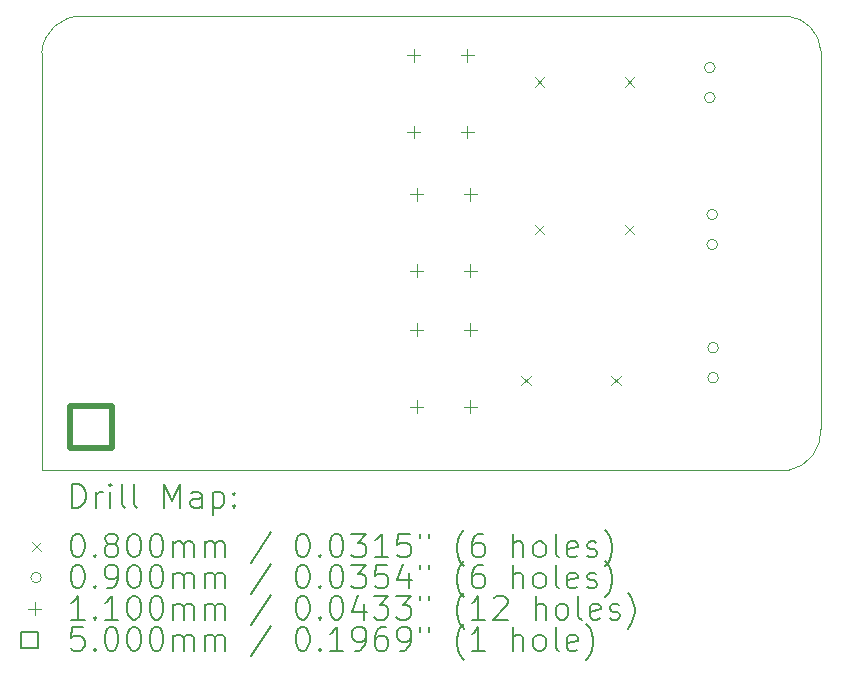
<source format=gbr>
%TF.GenerationSoftware,KiCad,Pcbnew,9.0.2*%
%TF.CreationDate,2025-05-20T16:04:07-06:00*%
%TF.ProjectId,test_kicad,74657374-5f6b-4696-9361-642e6b696361,rev?*%
%TF.SameCoordinates,Original*%
%TF.FileFunction,Drillmap*%
%TF.FilePolarity,Positive*%
%FSLAX45Y45*%
G04 Gerber Fmt 4.5, Leading zero omitted, Abs format (unit mm)*
G04 Created by KiCad (PCBNEW 9.0.2) date 2025-05-20 16:04:07*
%MOMM*%
%LPD*%
G01*
G04 APERTURE LIST*
%ADD10C,0.050000*%
%ADD11C,0.200000*%
%ADD12C,0.100000*%
%ADD13C,0.110000*%
%ADD14C,0.500000*%
G04 APERTURE END LIST*
D10*
X10123356Y-5353936D02*
X10123356Y-8890511D01*
X10123356Y-8890511D02*
X16446456Y-8890000D01*
X16720000Y-5338201D02*
X16720912Y-8536157D01*
X10468165Y-5043506D02*
X16435459Y-5043000D01*
X10123356Y-5353935D02*
G75*
G02*
X10468165Y-5043471I333000J-23130D01*
G01*
X16720912Y-8536157D02*
G75*
G02*
X16446459Y-8890000I-338453J-20843D01*
G01*
X16435459Y-5043000D02*
G75*
G02*
X16720000Y-5338201I-27459J-311201D01*
G01*
D11*
D12*
X14184000Y-8088000D02*
X14264000Y-8168000D01*
X14264000Y-8088000D02*
X14184000Y-8168000D01*
X14298000Y-5560000D02*
X14378000Y-5640000D01*
X14378000Y-5560000D02*
X14298000Y-5640000D01*
X14298000Y-6810000D02*
X14378000Y-6890000D01*
X14378000Y-6810000D02*
X14298000Y-6890000D01*
X14946000Y-8088000D02*
X15026000Y-8168000D01*
X15026000Y-8088000D02*
X14946000Y-8168000D01*
X15060000Y-5560000D02*
X15140000Y-5640000D01*
X15140000Y-5560000D02*
X15060000Y-5640000D01*
X15060000Y-6810000D02*
X15140000Y-6890000D01*
X15140000Y-6810000D02*
X15060000Y-6890000D01*
X15825000Y-5480000D02*
G75*
G02*
X15735000Y-5480000I-45000J0D01*
G01*
X15735000Y-5480000D02*
G75*
G02*
X15825000Y-5480000I45000J0D01*
G01*
X15825000Y-5734000D02*
G75*
G02*
X15735000Y-5734000I-45000J0D01*
G01*
X15735000Y-5734000D02*
G75*
G02*
X15825000Y-5734000I45000J0D01*
G01*
X15845000Y-6723500D02*
G75*
G02*
X15755000Y-6723500I-45000J0D01*
G01*
X15755000Y-6723500D02*
G75*
G02*
X15845000Y-6723500I45000J0D01*
G01*
X15845000Y-6977500D02*
G75*
G02*
X15755000Y-6977500I-45000J0D01*
G01*
X15755000Y-6977500D02*
G75*
G02*
X15845000Y-6977500I45000J0D01*
G01*
X15853000Y-7851000D02*
G75*
G02*
X15763000Y-7851000I-45000J0D01*
G01*
X15763000Y-7851000D02*
G75*
G02*
X15853000Y-7851000I45000J0D01*
G01*
X15853000Y-8105000D02*
G75*
G02*
X15763000Y-8105000I-45000J0D01*
G01*
X15763000Y-8105000D02*
G75*
G02*
X15853000Y-8105000I45000J0D01*
G01*
D13*
X13275000Y-5320000D02*
X13275000Y-5430000D01*
X13220000Y-5375000D02*
X13330000Y-5375000D01*
X13275000Y-5970000D02*
X13275000Y-6080000D01*
X13220000Y-6025000D02*
X13330000Y-6025000D01*
X13300000Y-6495000D02*
X13300000Y-6605000D01*
X13245000Y-6550000D02*
X13355000Y-6550000D01*
X13300000Y-7145000D02*
X13300000Y-7255000D01*
X13245000Y-7200000D02*
X13355000Y-7200000D01*
X13300000Y-7645000D02*
X13300000Y-7755000D01*
X13245000Y-7700000D02*
X13355000Y-7700000D01*
X13300000Y-8295000D02*
X13300000Y-8405000D01*
X13245000Y-8350000D02*
X13355000Y-8350000D01*
X13725000Y-5320000D02*
X13725000Y-5430000D01*
X13670000Y-5375000D02*
X13780000Y-5375000D01*
X13725000Y-5970000D02*
X13725000Y-6080000D01*
X13670000Y-6025000D02*
X13780000Y-6025000D01*
X13750000Y-6495000D02*
X13750000Y-6605000D01*
X13695000Y-6550000D02*
X13805000Y-6550000D01*
X13750000Y-7145000D02*
X13750000Y-7255000D01*
X13695000Y-7200000D02*
X13805000Y-7200000D01*
X13750000Y-7645000D02*
X13750000Y-7755000D01*
X13695000Y-7700000D02*
X13805000Y-7700000D01*
X13750000Y-8295000D02*
X13750000Y-8405000D01*
X13695000Y-8350000D02*
X13805000Y-8350000D01*
D14*
X10716778Y-8696778D02*
X10716778Y-8343222D01*
X10363222Y-8343222D01*
X10363222Y-8696778D01*
X10716778Y-8696778D01*
D11*
X10381633Y-9204495D02*
X10381633Y-9004495D01*
X10381633Y-9004495D02*
X10429252Y-9004495D01*
X10429252Y-9004495D02*
X10457823Y-9014019D01*
X10457823Y-9014019D02*
X10476871Y-9033066D01*
X10476871Y-9033066D02*
X10486395Y-9052114D01*
X10486395Y-9052114D02*
X10495919Y-9090209D01*
X10495919Y-9090209D02*
X10495919Y-9118781D01*
X10495919Y-9118781D02*
X10486395Y-9156876D01*
X10486395Y-9156876D02*
X10476871Y-9175924D01*
X10476871Y-9175924D02*
X10457823Y-9194971D01*
X10457823Y-9194971D02*
X10429252Y-9204495D01*
X10429252Y-9204495D02*
X10381633Y-9204495D01*
X10581633Y-9204495D02*
X10581633Y-9071162D01*
X10581633Y-9109257D02*
X10591157Y-9090209D01*
X10591157Y-9090209D02*
X10600681Y-9080685D01*
X10600681Y-9080685D02*
X10619728Y-9071162D01*
X10619728Y-9071162D02*
X10638776Y-9071162D01*
X10705442Y-9204495D02*
X10705442Y-9071162D01*
X10705442Y-9004495D02*
X10695919Y-9014019D01*
X10695919Y-9014019D02*
X10705442Y-9023543D01*
X10705442Y-9023543D02*
X10714966Y-9014019D01*
X10714966Y-9014019D02*
X10705442Y-9004495D01*
X10705442Y-9004495D02*
X10705442Y-9023543D01*
X10829252Y-9204495D02*
X10810204Y-9194971D01*
X10810204Y-9194971D02*
X10800681Y-9175924D01*
X10800681Y-9175924D02*
X10800681Y-9004495D01*
X10934014Y-9204495D02*
X10914966Y-9194971D01*
X10914966Y-9194971D02*
X10905442Y-9175924D01*
X10905442Y-9175924D02*
X10905442Y-9004495D01*
X11162585Y-9204495D02*
X11162585Y-9004495D01*
X11162585Y-9004495D02*
X11229252Y-9147352D01*
X11229252Y-9147352D02*
X11295919Y-9004495D01*
X11295919Y-9004495D02*
X11295919Y-9204495D01*
X11476871Y-9204495D02*
X11476871Y-9099733D01*
X11476871Y-9099733D02*
X11467347Y-9080685D01*
X11467347Y-9080685D02*
X11448300Y-9071162D01*
X11448300Y-9071162D02*
X11410204Y-9071162D01*
X11410204Y-9071162D02*
X11391157Y-9080685D01*
X11476871Y-9194971D02*
X11457823Y-9204495D01*
X11457823Y-9204495D02*
X11410204Y-9204495D01*
X11410204Y-9204495D02*
X11391157Y-9194971D01*
X11391157Y-9194971D02*
X11381633Y-9175924D01*
X11381633Y-9175924D02*
X11381633Y-9156876D01*
X11381633Y-9156876D02*
X11391157Y-9137828D01*
X11391157Y-9137828D02*
X11410204Y-9128305D01*
X11410204Y-9128305D02*
X11457823Y-9128305D01*
X11457823Y-9128305D02*
X11476871Y-9118781D01*
X11572109Y-9071162D02*
X11572109Y-9271162D01*
X11572109Y-9080685D02*
X11591157Y-9071162D01*
X11591157Y-9071162D02*
X11629252Y-9071162D01*
X11629252Y-9071162D02*
X11648300Y-9080685D01*
X11648300Y-9080685D02*
X11657823Y-9090209D01*
X11657823Y-9090209D02*
X11667347Y-9109257D01*
X11667347Y-9109257D02*
X11667347Y-9166400D01*
X11667347Y-9166400D02*
X11657823Y-9185447D01*
X11657823Y-9185447D02*
X11648300Y-9194971D01*
X11648300Y-9194971D02*
X11629252Y-9204495D01*
X11629252Y-9204495D02*
X11591157Y-9204495D01*
X11591157Y-9204495D02*
X11572109Y-9194971D01*
X11753061Y-9185447D02*
X11762585Y-9194971D01*
X11762585Y-9194971D02*
X11753061Y-9204495D01*
X11753061Y-9204495D02*
X11743538Y-9194971D01*
X11743538Y-9194971D02*
X11753061Y-9185447D01*
X11753061Y-9185447D02*
X11753061Y-9204495D01*
X11753061Y-9080685D02*
X11762585Y-9090209D01*
X11762585Y-9090209D02*
X11753061Y-9099733D01*
X11753061Y-9099733D02*
X11743538Y-9090209D01*
X11743538Y-9090209D02*
X11753061Y-9080685D01*
X11753061Y-9080685D02*
X11753061Y-9099733D01*
D12*
X10040856Y-9493011D02*
X10120856Y-9573011D01*
X10120856Y-9493011D02*
X10040856Y-9573011D01*
D11*
X10419728Y-9424495D02*
X10438776Y-9424495D01*
X10438776Y-9424495D02*
X10457823Y-9434019D01*
X10457823Y-9434019D02*
X10467347Y-9443543D01*
X10467347Y-9443543D02*
X10476871Y-9462590D01*
X10476871Y-9462590D02*
X10486395Y-9500685D01*
X10486395Y-9500685D02*
X10486395Y-9548305D01*
X10486395Y-9548305D02*
X10476871Y-9586400D01*
X10476871Y-9586400D02*
X10467347Y-9605447D01*
X10467347Y-9605447D02*
X10457823Y-9614971D01*
X10457823Y-9614971D02*
X10438776Y-9624495D01*
X10438776Y-9624495D02*
X10419728Y-9624495D01*
X10419728Y-9624495D02*
X10400681Y-9614971D01*
X10400681Y-9614971D02*
X10391157Y-9605447D01*
X10391157Y-9605447D02*
X10381633Y-9586400D01*
X10381633Y-9586400D02*
X10372109Y-9548305D01*
X10372109Y-9548305D02*
X10372109Y-9500685D01*
X10372109Y-9500685D02*
X10381633Y-9462590D01*
X10381633Y-9462590D02*
X10391157Y-9443543D01*
X10391157Y-9443543D02*
X10400681Y-9434019D01*
X10400681Y-9434019D02*
X10419728Y-9424495D01*
X10572109Y-9605447D02*
X10581633Y-9614971D01*
X10581633Y-9614971D02*
X10572109Y-9624495D01*
X10572109Y-9624495D02*
X10562585Y-9614971D01*
X10562585Y-9614971D02*
X10572109Y-9605447D01*
X10572109Y-9605447D02*
X10572109Y-9624495D01*
X10695919Y-9510209D02*
X10676871Y-9500685D01*
X10676871Y-9500685D02*
X10667347Y-9491162D01*
X10667347Y-9491162D02*
X10657823Y-9472114D01*
X10657823Y-9472114D02*
X10657823Y-9462590D01*
X10657823Y-9462590D02*
X10667347Y-9443543D01*
X10667347Y-9443543D02*
X10676871Y-9434019D01*
X10676871Y-9434019D02*
X10695919Y-9424495D01*
X10695919Y-9424495D02*
X10734014Y-9424495D01*
X10734014Y-9424495D02*
X10753062Y-9434019D01*
X10753062Y-9434019D02*
X10762585Y-9443543D01*
X10762585Y-9443543D02*
X10772109Y-9462590D01*
X10772109Y-9462590D02*
X10772109Y-9472114D01*
X10772109Y-9472114D02*
X10762585Y-9491162D01*
X10762585Y-9491162D02*
X10753062Y-9500685D01*
X10753062Y-9500685D02*
X10734014Y-9510209D01*
X10734014Y-9510209D02*
X10695919Y-9510209D01*
X10695919Y-9510209D02*
X10676871Y-9519733D01*
X10676871Y-9519733D02*
X10667347Y-9529257D01*
X10667347Y-9529257D02*
X10657823Y-9548305D01*
X10657823Y-9548305D02*
X10657823Y-9586400D01*
X10657823Y-9586400D02*
X10667347Y-9605447D01*
X10667347Y-9605447D02*
X10676871Y-9614971D01*
X10676871Y-9614971D02*
X10695919Y-9624495D01*
X10695919Y-9624495D02*
X10734014Y-9624495D01*
X10734014Y-9624495D02*
X10753062Y-9614971D01*
X10753062Y-9614971D02*
X10762585Y-9605447D01*
X10762585Y-9605447D02*
X10772109Y-9586400D01*
X10772109Y-9586400D02*
X10772109Y-9548305D01*
X10772109Y-9548305D02*
X10762585Y-9529257D01*
X10762585Y-9529257D02*
X10753062Y-9519733D01*
X10753062Y-9519733D02*
X10734014Y-9510209D01*
X10895919Y-9424495D02*
X10914966Y-9424495D01*
X10914966Y-9424495D02*
X10934014Y-9434019D01*
X10934014Y-9434019D02*
X10943538Y-9443543D01*
X10943538Y-9443543D02*
X10953062Y-9462590D01*
X10953062Y-9462590D02*
X10962585Y-9500685D01*
X10962585Y-9500685D02*
X10962585Y-9548305D01*
X10962585Y-9548305D02*
X10953062Y-9586400D01*
X10953062Y-9586400D02*
X10943538Y-9605447D01*
X10943538Y-9605447D02*
X10934014Y-9614971D01*
X10934014Y-9614971D02*
X10914966Y-9624495D01*
X10914966Y-9624495D02*
X10895919Y-9624495D01*
X10895919Y-9624495D02*
X10876871Y-9614971D01*
X10876871Y-9614971D02*
X10867347Y-9605447D01*
X10867347Y-9605447D02*
X10857823Y-9586400D01*
X10857823Y-9586400D02*
X10848300Y-9548305D01*
X10848300Y-9548305D02*
X10848300Y-9500685D01*
X10848300Y-9500685D02*
X10857823Y-9462590D01*
X10857823Y-9462590D02*
X10867347Y-9443543D01*
X10867347Y-9443543D02*
X10876871Y-9434019D01*
X10876871Y-9434019D02*
X10895919Y-9424495D01*
X11086395Y-9424495D02*
X11105443Y-9424495D01*
X11105443Y-9424495D02*
X11124490Y-9434019D01*
X11124490Y-9434019D02*
X11134014Y-9443543D01*
X11134014Y-9443543D02*
X11143538Y-9462590D01*
X11143538Y-9462590D02*
X11153062Y-9500685D01*
X11153062Y-9500685D02*
X11153062Y-9548305D01*
X11153062Y-9548305D02*
X11143538Y-9586400D01*
X11143538Y-9586400D02*
X11134014Y-9605447D01*
X11134014Y-9605447D02*
X11124490Y-9614971D01*
X11124490Y-9614971D02*
X11105443Y-9624495D01*
X11105443Y-9624495D02*
X11086395Y-9624495D01*
X11086395Y-9624495D02*
X11067347Y-9614971D01*
X11067347Y-9614971D02*
X11057823Y-9605447D01*
X11057823Y-9605447D02*
X11048300Y-9586400D01*
X11048300Y-9586400D02*
X11038776Y-9548305D01*
X11038776Y-9548305D02*
X11038776Y-9500685D01*
X11038776Y-9500685D02*
X11048300Y-9462590D01*
X11048300Y-9462590D02*
X11057823Y-9443543D01*
X11057823Y-9443543D02*
X11067347Y-9434019D01*
X11067347Y-9434019D02*
X11086395Y-9424495D01*
X11238776Y-9624495D02*
X11238776Y-9491162D01*
X11238776Y-9510209D02*
X11248300Y-9500685D01*
X11248300Y-9500685D02*
X11267347Y-9491162D01*
X11267347Y-9491162D02*
X11295919Y-9491162D01*
X11295919Y-9491162D02*
X11314966Y-9500685D01*
X11314966Y-9500685D02*
X11324490Y-9519733D01*
X11324490Y-9519733D02*
X11324490Y-9624495D01*
X11324490Y-9519733D02*
X11334014Y-9500685D01*
X11334014Y-9500685D02*
X11353061Y-9491162D01*
X11353061Y-9491162D02*
X11381633Y-9491162D01*
X11381633Y-9491162D02*
X11400681Y-9500685D01*
X11400681Y-9500685D02*
X11410204Y-9519733D01*
X11410204Y-9519733D02*
X11410204Y-9624495D01*
X11505442Y-9624495D02*
X11505442Y-9491162D01*
X11505442Y-9510209D02*
X11514966Y-9500685D01*
X11514966Y-9500685D02*
X11534014Y-9491162D01*
X11534014Y-9491162D02*
X11562585Y-9491162D01*
X11562585Y-9491162D02*
X11581633Y-9500685D01*
X11581633Y-9500685D02*
X11591157Y-9519733D01*
X11591157Y-9519733D02*
X11591157Y-9624495D01*
X11591157Y-9519733D02*
X11600681Y-9500685D01*
X11600681Y-9500685D02*
X11619728Y-9491162D01*
X11619728Y-9491162D02*
X11648300Y-9491162D01*
X11648300Y-9491162D02*
X11667347Y-9500685D01*
X11667347Y-9500685D02*
X11676871Y-9519733D01*
X11676871Y-9519733D02*
X11676871Y-9624495D01*
X12067347Y-9414971D02*
X11895919Y-9672114D01*
X12324490Y-9424495D02*
X12343538Y-9424495D01*
X12343538Y-9424495D02*
X12362585Y-9434019D01*
X12362585Y-9434019D02*
X12372109Y-9443543D01*
X12372109Y-9443543D02*
X12381633Y-9462590D01*
X12381633Y-9462590D02*
X12391157Y-9500685D01*
X12391157Y-9500685D02*
X12391157Y-9548305D01*
X12391157Y-9548305D02*
X12381633Y-9586400D01*
X12381633Y-9586400D02*
X12372109Y-9605447D01*
X12372109Y-9605447D02*
X12362585Y-9614971D01*
X12362585Y-9614971D02*
X12343538Y-9624495D01*
X12343538Y-9624495D02*
X12324490Y-9624495D01*
X12324490Y-9624495D02*
X12305443Y-9614971D01*
X12305443Y-9614971D02*
X12295919Y-9605447D01*
X12295919Y-9605447D02*
X12286395Y-9586400D01*
X12286395Y-9586400D02*
X12276871Y-9548305D01*
X12276871Y-9548305D02*
X12276871Y-9500685D01*
X12276871Y-9500685D02*
X12286395Y-9462590D01*
X12286395Y-9462590D02*
X12295919Y-9443543D01*
X12295919Y-9443543D02*
X12305443Y-9434019D01*
X12305443Y-9434019D02*
X12324490Y-9424495D01*
X12476871Y-9605447D02*
X12486395Y-9614971D01*
X12486395Y-9614971D02*
X12476871Y-9624495D01*
X12476871Y-9624495D02*
X12467347Y-9614971D01*
X12467347Y-9614971D02*
X12476871Y-9605447D01*
X12476871Y-9605447D02*
X12476871Y-9624495D01*
X12610204Y-9424495D02*
X12629252Y-9424495D01*
X12629252Y-9424495D02*
X12648300Y-9434019D01*
X12648300Y-9434019D02*
X12657824Y-9443543D01*
X12657824Y-9443543D02*
X12667347Y-9462590D01*
X12667347Y-9462590D02*
X12676871Y-9500685D01*
X12676871Y-9500685D02*
X12676871Y-9548305D01*
X12676871Y-9548305D02*
X12667347Y-9586400D01*
X12667347Y-9586400D02*
X12657824Y-9605447D01*
X12657824Y-9605447D02*
X12648300Y-9614971D01*
X12648300Y-9614971D02*
X12629252Y-9624495D01*
X12629252Y-9624495D02*
X12610204Y-9624495D01*
X12610204Y-9624495D02*
X12591157Y-9614971D01*
X12591157Y-9614971D02*
X12581633Y-9605447D01*
X12581633Y-9605447D02*
X12572109Y-9586400D01*
X12572109Y-9586400D02*
X12562585Y-9548305D01*
X12562585Y-9548305D02*
X12562585Y-9500685D01*
X12562585Y-9500685D02*
X12572109Y-9462590D01*
X12572109Y-9462590D02*
X12581633Y-9443543D01*
X12581633Y-9443543D02*
X12591157Y-9434019D01*
X12591157Y-9434019D02*
X12610204Y-9424495D01*
X12743538Y-9424495D02*
X12867347Y-9424495D01*
X12867347Y-9424495D02*
X12800681Y-9500685D01*
X12800681Y-9500685D02*
X12829252Y-9500685D01*
X12829252Y-9500685D02*
X12848300Y-9510209D01*
X12848300Y-9510209D02*
X12857824Y-9519733D01*
X12857824Y-9519733D02*
X12867347Y-9538781D01*
X12867347Y-9538781D02*
X12867347Y-9586400D01*
X12867347Y-9586400D02*
X12857824Y-9605447D01*
X12857824Y-9605447D02*
X12848300Y-9614971D01*
X12848300Y-9614971D02*
X12829252Y-9624495D01*
X12829252Y-9624495D02*
X12772109Y-9624495D01*
X12772109Y-9624495D02*
X12753062Y-9614971D01*
X12753062Y-9614971D02*
X12743538Y-9605447D01*
X13057824Y-9624495D02*
X12943538Y-9624495D01*
X13000681Y-9624495D02*
X13000681Y-9424495D01*
X13000681Y-9424495D02*
X12981633Y-9453066D01*
X12981633Y-9453066D02*
X12962585Y-9472114D01*
X12962585Y-9472114D02*
X12943538Y-9481638D01*
X13238776Y-9424495D02*
X13143538Y-9424495D01*
X13143538Y-9424495D02*
X13134014Y-9519733D01*
X13134014Y-9519733D02*
X13143538Y-9510209D01*
X13143538Y-9510209D02*
X13162585Y-9500685D01*
X13162585Y-9500685D02*
X13210205Y-9500685D01*
X13210205Y-9500685D02*
X13229252Y-9510209D01*
X13229252Y-9510209D02*
X13238776Y-9519733D01*
X13238776Y-9519733D02*
X13248300Y-9538781D01*
X13248300Y-9538781D02*
X13248300Y-9586400D01*
X13248300Y-9586400D02*
X13238776Y-9605447D01*
X13238776Y-9605447D02*
X13229252Y-9614971D01*
X13229252Y-9614971D02*
X13210205Y-9624495D01*
X13210205Y-9624495D02*
X13162585Y-9624495D01*
X13162585Y-9624495D02*
X13143538Y-9614971D01*
X13143538Y-9614971D02*
X13134014Y-9605447D01*
X13324490Y-9424495D02*
X13324490Y-9462590D01*
X13400681Y-9424495D02*
X13400681Y-9462590D01*
X13695919Y-9700685D02*
X13686395Y-9691162D01*
X13686395Y-9691162D02*
X13667347Y-9662590D01*
X13667347Y-9662590D02*
X13657824Y-9643543D01*
X13657824Y-9643543D02*
X13648300Y-9614971D01*
X13648300Y-9614971D02*
X13638776Y-9567352D01*
X13638776Y-9567352D02*
X13638776Y-9529257D01*
X13638776Y-9529257D02*
X13648300Y-9481638D01*
X13648300Y-9481638D02*
X13657824Y-9453066D01*
X13657824Y-9453066D02*
X13667347Y-9434019D01*
X13667347Y-9434019D02*
X13686395Y-9405447D01*
X13686395Y-9405447D02*
X13695919Y-9395924D01*
X13857824Y-9424495D02*
X13819728Y-9424495D01*
X13819728Y-9424495D02*
X13800681Y-9434019D01*
X13800681Y-9434019D02*
X13791157Y-9443543D01*
X13791157Y-9443543D02*
X13772109Y-9472114D01*
X13772109Y-9472114D02*
X13762586Y-9510209D01*
X13762586Y-9510209D02*
X13762586Y-9586400D01*
X13762586Y-9586400D02*
X13772109Y-9605447D01*
X13772109Y-9605447D02*
X13781633Y-9614971D01*
X13781633Y-9614971D02*
X13800681Y-9624495D01*
X13800681Y-9624495D02*
X13838776Y-9624495D01*
X13838776Y-9624495D02*
X13857824Y-9614971D01*
X13857824Y-9614971D02*
X13867347Y-9605447D01*
X13867347Y-9605447D02*
X13876871Y-9586400D01*
X13876871Y-9586400D02*
X13876871Y-9538781D01*
X13876871Y-9538781D02*
X13867347Y-9519733D01*
X13867347Y-9519733D02*
X13857824Y-9510209D01*
X13857824Y-9510209D02*
X13838776Y-9500685D01*
X13838776Y-9500685D02*
X13800681Y-9500685D01*
X13800681Y-9500685D02*
X13781633Y-9510209D01*
X13781633Y-9510209D02*
X13772109Y-9519733D01*
X13772109Y-9519733D02*
X13762586Y-9538781D01*
X14114967Y-9624495D02*
X14114967Y-9424495D01*
X14200681Y-9624495D02*
X14200681Y-9519733D01*
X14200681Y-9519733D02*
X14191157Y-9500685D01*
X14191157Y-9500685D02*
X14172109Y-9491162D01*
X14172109Y-9491162D02*
X14143538Y-9491162D01*
X14143538Y-9491162D02*
X14124490Y-9500685D01*
X14124490Y-9500685D02*
X14114967Y-9510209D01*
X14324490Y-9624495D02*
X14305443Y-9614971D01*
X14305443Y-9614971D02*
X14295919Y-9605447D01*
X14295919Y-9605447D02*
X14286395Y-9586400D01*
X14286395Y-9586400D02*
X14286395Y-9529257D01*
X14286395Y-9529257D02*
X14295919Y-9510209D01*
X14295919Y-9510209D02*
X14305443Y-9500685D01*
X14305443Y-9500685D02*
X14324490Y-9491162D01*
X14324490Y-9491162D02*
X14353062Y-9491162D01*
X14353062Y-9491162D02*
X14372109Y-9500685D01*
X14372109Y-9500685D02*
X14381633Y-9510209D01*
X14381633Y-9510209D02*
X14391157Y-9529257D01*
X14391157Y-9529257D02*
X14391157Y-9586400D01*
X14391157Y-9586400D02*
X14381633Y-9605447D01*
X14381633Y-9605447D02*
X14372109Y-9614971D01*
X14372109Y-9614971D02*
X14353062Y-9624495D01*
X14353062Y-9624495D02*
X14324490Y-9624495D01*
X14505443Y-9624495D02*
X14486395Y-9614971D01*
X14486395Y-9614971D02*
X14476871Y-9595924D01*
X14476871Y-9595924D02*
X14476871Y-9424495D01*
X14657824Y-9614971D02*
X14638776Y-9624495D01*
X14638776Y-9624495D02*
X14600681Y-9624495D01*
X14600681Y-9624495D02*
X14581633Y-9614971D01*
X14581633Y-9614971D02*
X14572109Y-9595924D01*
X14572109Y-9595924D02*
X14572109Y-9519733D01*
X14572109Y-9519733D02*
X14581633Y-9500685D01*
X14581633Y-9500685D02*
X14600681Y-9491162D01*
X14600681Y-9491162D02*
X14638776Y-9491162D01*
X14638776Y-9491162D02*
X14657824Y-9500685D01*
X14657824Y-9500685D02*
X14667348Y-9519733D01*
X14667348Y-9519733D02*
X14667348Y-9538781D01*
X14667348Y-9538781D02*
X14572109Y-9557828D01*
X14743538Y-9614971D02*
X14762586Y-9624495D01*
X14762586Y-9624495D02*
X14800681Y-9624495D01*
X14800681Y-9624495D02*
X14819729Y-9614971D01*
X14819729Y-9614971D02*
X14829252Y-9595924D01*
X14829252Y-9595924D02*
X14829252Y-9586400D01*
X14829252Y-9586400D02*
X14819729Y-9567352D01*
X14819729Y-9567352D02*
X14800681Y-9557828D01*
X14800681Y-9557828D02*
X14772109Y-9557828D01*
X14772109Y-9557828D02*
X14753062Y-9548305D01*
X14753062Y-9548305D02*
X14743538Y-9529257D01*
X14743538Y-9529257D02*
X14743538Y-9519733D01*
X14743538Y-9519733D02*
X14753062Y-9500685D01*
X14753062Y-9500685D02*
X14772109Y-9491162D01*
X14772109Y-9491162D02*
X14800681Y-9491162D01*
X14800681Y-9491162D02*
X14819729Y-9500685D01*
X14895919Y-9700685D02*
X14905443Y-9691162D01*
X14905443Y-9691162D02*
X14924490Y-9662590D01*
X14924490Y-9662590D02*
X14934014Y-9643543D01*
X14934014Y-9643543D02*
X14943538Y-9614971D01*
X14943538Y-9614971D02*
X14953062Y-9567352D01*
X14953062Y-9567352D02*
X14953062Y-9529257D01*
X14953062Y-9529257D02*
X14943538Y-9481638D01*
X14943538Y-9481638D02*
X14934014Y-9453066D01*
X14934014Y-9453066D02*
X14924490Y-9434019D01*
X14924490Y-9434019D02*
X14905443Y-9405447D01*
X14905443Y-9405447D02*
X14895919Y-9395924D01*
D12*
X10120856Y-9797011D02*
G75*
G02*
X10030856Y-9797011I-45000J0D01*
G01*
X10030856Y-9797011D02*
G75*
G02*
X10120856Y-9797011I45000J0D01*
G01*
D11*
X10419728Y-9688495D02*
X10438776Y-9688495D01*
X10438776Y-9688495D02*
X10457823Y-9698019D01*
X10457823Y-9698019D02*
X10467347Y-9707543D01*
X10467347Y-9707543D02*
X10476871Y-9726590D01*
X10476871Y-9726590D02*
X10486395Y-9764685D01*
X10486395Y-9764685D02*
X10486395Y-9812305D01*
X10486395Y-9812305D02*
X10476871Y-9850400D01*
X10476871Y-9850400D02*
X10467347Y-9869447D01*
X10467347Y-9869447D02*
X10457823Y-9878971D01*
X10457823Y-9878971D02*
X10438776Y-9888495D01*
X10438776Y-9888495D02*
X10419728Y-9888495D01*
X10419728Y-9888495D02*
X10400681Y-9878971D01*
X10400681Y-9878971D02*
X10391157Y-9869447D01*
X10391157Y-9869447D02*
X10381633Y-9850400D01*
X10381633Y-9850400D02*
X10372109Y-9812305D01*
X10372109Y-9812305D02*
X10372109Y-9764685D01*
X10372109Y-9764685D02*
X10381633Y-9726590D01*
X10381633Y-9726590D02*
X10391157Y-9707543D01*
X10391157Y-9707543D02*
X10400681Y-9698019D01*
X10400681Y-9698019D02*
X10419728Y-9688495D01*
X10572109Y-9869447D02*
X10581633Y-9878971D01*
X10581633Y-9878971D02*
X10572109Y-9888495D01*
X10572109Y-9888495D02*
X10562585Y-9878971D01*
X10562585Y-9878971D02*
X10572109Y-9869447D01*
X10572109Y-9869447D02*
X10572109Y-9888495D01*
X10676871Y-9888495D02*
X10714966Y-9888495D01*
X10714966Y-9888495D02*
X10734014Y-9878971D01*
X10734014Y-9878971D02*
X10743538Y-9869447D01*
X10743538Y-9869447D02*
X10762585Y-9840876D01*
X10762585Y-9840876D02*
X10772109Y-9802781D01*
X10772109Y-9802781D02*
X10772109Y-9726590D01*
X10772109Y-9726590D02*
X10762585Y-9707543D01*
X10762585Y-9707543D02*
X10753062Y-9698019D01*
X10753062Y-9698019D02*
X10734014Y-9688495D01*
X10734014Y-9688495D02*
X10695919Y-9688495D01*
X10695919Y-9688495D02*
X10676871Y-9698019D01*
X10676871Y-9698019D02*
X10667347Y-9707543D01*
X10667347Y-9707543D02*
X10657823Y-9726590D01*
X10657823Y-9726590D02*
X10657823Y-9774209D01*
X10657823Y-9774209D02*
X10667347Y-9793257D01*
X10667347Y-9793257D02*
X10676871Y-9802781D01*
X10676871Y-9802781D02*
X10695919Y-9812305D01*
X10695919Y-9812305D02*
X10734014Y-9812305D01*
X10734014Y-9812305D02*
X10753062Y-9802781D01*
X10753062Y-9802781D02*
X10762585Y-9793257D01*
X10762585Y-9793257D02*
X10772109Y-9774209D01*
X10895919Y-9688495D02*
X10914966Y-9688495D01*
X10914966Y-9688495D02*
X10934014Y-9698019D01*
X10934014Y-9698019D02*
X10943538Y-9707543D01*
X10943538Y-9707543D02*
X10953062Y-9726590D01*
X10953062Y-9726590D02*
X10962585Y-9764685D01*
X10962585Y-9764685D02*
X10962585Y-9812305D01*
X10962585Y-9812305D02*
X10953062Y-9850400D01*
X10953062Y-9850400D02*
X10943538Y-9869447D01*
X10943538Y-9869447D02*
X10934014Y-9878971D01*
X10934014Y-9878971D02*
X10914966Y-9888495D01*
X10914966Y-9888495D02*
X10895919Y-9888495D01*
X10895919Y-9888495D02*
X10876871Y-9878971D01*
X10876871Y-9878971D02*
X10867347Y-9869447D01*
X10867347Y-9869447D02*
X10857823Y-9850400D01*
X10857823Y-9850400D02*
X10848300Y-9812305D01*
X10848300Y-9812305D02*
X10848300Y-9764685D01*
X10848300Y-9764685D02*
X10857823Y-9726590D01*
X10857823Y-9726590D02*
X10867347Y-9707543D01*
X10867347Y-9707543D02*
X10876871Y-9698019D01*
X10876871Y-9698019D02*
X10895919Y-9688495D01*
X11086395Y-9688495D02*
X11105443Y-9688495D01*
X11105443Y-9688495D02*
X11124490Y-9698019D01*
X11124490Y-9698019D02*
X11134014Y-9707543D01*
X11134014Y-9707543D02*
X11143538Y-9726590D01*
X11143538Y-9726590D02*
X11153062Y-9764685D01*
X11153062Y-9764685D02*
X11153062Y-9812305D01*
X11153062Y-9812305D02*
X11143538Y-9850400D01*
X11143538Y-9850400D02*
X11134014Y-9869447D01*
X11134014Y-9869447D02*
X11124490Y-9878971D01*
X11124490Y-9878971D02*
X11105443Y-9888495D01*
X11105443Y-9888495D02*
X11086395Y-9888495D01*
X11086395Y-9888495D02*
X11067347Y-9878971D01*
X11067347Y-9878971D02*
X11057823Y-9869447D01*
X11057823Y-9869447D02*
X11048300Y-9850400D01*
X11048300Y-9850400D02*
X11038776Y-9812305D01*
X11038776Y-9812305D02*
X11038776Y-9764685D01*
X11038776Y-9764685D02*
X11048300Y-9726590D01*
X11048300Y-9726590D02*
X11057823Y-9707543D01*
X11057823Y-9707543D02*
X11067347Y-9698019D01*
X11067347Y-9698019D02*
X11086395Y-9688495D01*
X11238776Y-9888495D02*
X11238776Y-9755162D01*
X11238776Y-9774209D02*
X11248300Y-9764685D01*
X11248300Y-9764685D02*
X11267347Y-9755162D01*
X11267347Y-9755162D02*
X11295919Y-9755162D01*
X11295919Y-9755162D02*
X11314966Y-9764685D01*
X11314966Y-9764685D02*
X11324490Y-9783733D01*
X11324490Y-9783733D02*
X11324490Y-9888495D01*
X11324490Y-9783733D02*
X11334014Y-9764685D01*
X11334014Y-9764685D02*
X11353061Y-9755162D01*
X11353061Y-9755162D02*
X11381633Y-9755162D01*
X11381633Y-9755162D02*
X11400681Y-9764685D01*
X11400681Y-9764685D02*
X11410204Y-9783733D01*
X11410204Y-9783733D02*
X11410204Y-9888495D01*
X11505442Y-9888495D02*
X11505442Y-9755162D01*
X11505442Y-9774209D02*
X11514966Y-9764685D01*
X11514966Y-9764685D02*
X11534014Y-9755162D01*
X11534014Y-9755162D02*
X11562585Y-9755162D01*
X11562585Y-9755162D02*
X11581633Y-9764685D01*
X11581633Y-9764685D02*
X11591157Y-9783733D01*
X11591157Y-9783733D02*
X11591157Y-9888495D01*
X11591157Y-9783733D02*
X11600681Y-9764685D01*
X11600681Y-9764685D02*
X11619728Y-9755162D01*
X11619728Y-9755162D02*
X11648300Y-9755162D01*
X11648300Y-9755162D02*
X11667347Y-9764685D01*
X11667347Y-9764685D02*
X11676871Y-9783733D01*
X11676871Y-9783733D02*
X11676871Y-9888495D01*
X12067347Y-9678971D02*
X11895919Y-9936114D01*
X12324490Y-9688495D02*
X12343538Y-9688495D01*
X12343538Y-9688495D02*
X12362585Y-9698019D01*
X12362585Y-9698019D02*
X12372109Y-9707543D01*
X12372109Y-9707543D02*
X12381633Y-9726590D01*
X12381633Y-9726590D02*
X12391157Y-9764685D01*
X12391157Y-9764685D02*
X12391157Y-9812305D01*
X12391157Y-9812305D02*
X12381633Y-9850400D01*
X12381633Y-9850400D02*
X12372109Y-9869447D01*
X12372109Y-9869447D02*
X12362585Y-9878971D01*
X12362585Y-9878971D02*
X12343538Y-9888495D01*
X12343538Y-9888495D02*
X12324490Y-9888495D01*
X12324490Y-9888495D02*
X12305443Y-9878971D01*
X12305443Y-9878971D02*
X12295919Y-9869447D01*
X12295919Y-9869447D02*
X12286395Y-9850400D01*
X12286395Y-9850400D02*
X12276871Y-9812305D01*
X12276871Y-9812305D02*
X12276871Y-9764685D01*
X12276871Y-9764685D02*
X12286395Y-9726590D01*
X12286395Y-9726590D02*
X12295919Y-9707543D01*
X12295919Y-9707543D02*
X12305443Y-9698019D01*
X12305443Y-9698019D02*
X12324490Y-9688495D01*
X12476871Y-9869447D02*
X12486395Y-9878971D01*
X12486395Y-9878971D02*
X12476871Y-9888495D01*
X12476871Y-9888495D02*
X12467347Y-9878971D01*
X12467347Y-9878971D02*
X12476871Y-9869447D01*
X12476871Y-9869447D02*
X12476871Y-9888495D01*
X12610204Y-9688495D02*
X12629252Y-9688495D01*
X12629252Y-9688495D02*
X12648300Y-9698019D01*
X12648300Y-9698019D02*
X12657824Y-9707543D01*
X12657824Y-9707543D02*
X12667347Y-9726590D01*
X12667347Y-9726590D02*
X12676871Y-9764685D01*
X12676871Y-9764685D02*
X12676871Y-9812305D01*
X12676871Y-9812305D02*
X12667347Y-9850400D01*
X12667347Y-9850400D02*
X12657824Y-9869447D01*
X12657824Y-9869447D02*
X12648300Y-9878971D01*
X12648300Y-9878971D02*
X12629252Y-9888495D01*
X12629252Y-9888495D02*
X12610204Y-9888495D01*
X12610204Y-9888495D02*
X12591157Y-9878971D01*
X12591157Y-9878971D02*
X12581633Y-9869447D01*
X12581633Y-9869447D02*
X12572109Y-9850400D01*
X12572109Y-9850400D02*
X12562585Y-9812305D01*
X12562585Y-9812305D02*
X12562585Y-9764685D01*
X12562585Y-9764685D02*
X12572109Y-9726590D01*
X12572109Y-9726590D02*
X12581633Y-9707543D01*
X12581633Y-9707543D02*
X12591157Y-9698019D01*
X12591157Y-9698019D02*
X12610204Y-9688495D01*
X12743538Y-9688495D02*
X12867347Y-9688495D01*
X12867347Y-9688495D02*
X12800681Y-9764685D01*
X12800681Y-9764685D02*
X12829252Y-9764685D01*
X12829252Y-9764685D02*
X12848300Y-9774209D01*
X12848300Y-9774209D02*
X12857824Y-9783733D01*
X12857824Y-9783733D02*
X12867347Y-9802781D01*
X12867347Y-9802781D02*
X12867347Y-9850400D01*
X12867347Y-9850400D02*
X12857824Y-9869447D01*
X12857824Y-9869447D02*
X12848300Y-9878971D01*
X12848300Y-9878971D02*
X12829252Y-9888495D01*
X12829252Y-9888495D02*
X12772109Y-9888495D01*
X12772109Y-9888495D02*
X12753062Y-9878971D01*
X12753062Y-9878971D02*
X12743538Y-9869447D01*
X13048300Y-9688495D02*
X12953062Y-9688495D01*
X12953062Y-9688495D02*
X12943538Y-9783733D01*
X12943538Y-9783733D02*
X12953062Y-9774209D01*
X12953062Y-9774209D02*
X12972109Y-9764685D01*
X12972109Y-9764685D02*
X13019728Y-9764685D01*
X13019728Y-9764685D02*
X13038776Y-9774209D01*
X13038776Y-9774209D02*
X13048300Y-9783733D01*
X13048300Y-9783733D02*
X13057824Y-9802781D01*
X13057824Y-9802781D02*
X13057824Y-9850400D01*
X13057824Y-9850400D02*
X13048300Y-9869447D01*
X13048300Y-9869447D02*
X13038776Y-9878971D01*
X13038776Y-9878971D02*
X13019728Y-9888495D01*
X13019728Y-9888495D02*
X12972109Y-9888495D01*
X12972109Y-9888495D02*
X12953062Y-9878971D01*
X12953062Y-9878971D02*
X12943538Y-9869447D01*
X13229252Y-9755162D02*
X13229252Y-9888495D01*
X13181633Y-9678971D02*
X13134014Y-9821828D01*
X13134014Y-9821828D02*
X13257824Y-9821828D01*
X13324490Y-9688495D02*
X13324490Y-9726590D01*
X13400681Y-9688495D02*
X13400681Y-9726590D01*
X13695919Y-9964685D02*
X13686395Y-9955162D01*
X13686395Y-9955162D02*
X13667347Y-9926590D01*
X13667347Y-9926590D02*
X13657824Y-9907543D01*
X13657824Y-9907543D02*
X13648300Y-9878971D01*
X13648300Y-9878971D02*
X13638776Y-9831352D01*
X13638776Y-9831352D02*
X13638776Y-9793257D01*
X13638776Y-9793257D02*
X13648300Y-9745638D01*
X13648300Y-9745638D02*
X13657824Y-9717066D01*
X13657824Y-9717066D02*
X13667347Y-9698019D01*
X13667347Y-9698019D02*
X13686395Y-9669447D01*
X13686395Y-9669447D02*
X13695919Y-9659924D01*
X13857824Y-9688495D02*
X13819728Y-9688495D01*
X13819728Y-9688495D02*
X13800681Y-9698019D01*
X13800681Y-9698019D02*
X13791157Y-9707543D01*
X13791157Y-9707543D02*
X13772109Y-9736114D01*
X13772109Y-9736114D02*
X13762586Y-9774209D01*
X13762586Y-9774209D02*
X13762586Y-9850400D01*
X13762586Y-9850400D02*
X13772109Y-9869447D01*
X13772109Y-9869447D02*
X13781633Y-9878971D01*
X13781633Y-9878971D02*
X13800681Y-9888495D01*
X13800681Y-9888495D02*
X13838776Y-9888495D01*
X13838776Y-9888495D02*
X13857824Y-9878971D01*
X13857824Y-9878971D02*
X13867347Y-9869447D01*
X13867347Y-9869447D02*
X13876871Y-9850400D01*
X13876871Y-9850400D02*
X13876871Y-9802781D01*
X13876871Y-9802781D02*
X13867347Y-9783733D01*
X13867347Y-9783733D02*
X13857824Y-9774209D01*
X13857824Y-9774209D02*
X13838776Y-9764685D01*
X13838776Y-9764685D02*
X13800681Y-9764685D01*
X13800681Y-9764685D02*
X13781633Y-9774209D01*
X13781633Y-9774209D02*
X13772109Y-9783733D01*
X13772109Y-9783733D02*
X13762586Y-9802781D01*
X14114967Y-9888495D02*
X14114967Y-9688495D01*
X14200681Y-9888495D02*
X14200681Y-9783733D01*
X14200681Y-9783733D02*
X14191157Y-9764685D01*
X14191157Y-9764685D02*
X14172109Y-9755162D01*
X14172109Y-9755162D02*
X14143538Y-9755162D01*
X14143538Y-9755162D02*
X14124490Y-9764685D01*
X14124490Y-9764685D02*
X14114967Y-9774209D01*
X14324490Y-9888495D02*
X14305443Y-9878971D01*
X14305443Y-9878971D02*
X14295919Y-9869447D01*
X14295919Y-9869447D02*
X14286395Y-9850400D01*
X14286395Y-9850400D02*
X14286395Y-9793257D01*
X14286395Y-9793257D02*
X14295919Y-9774209D01*
X14295919Y-9774209D02*
X14305443Y-9764685D01*
X14305443Y-9764685D02*
X14324490Y-9755162D01*
X14324490Y-9755162D02*
X14353062Y-9755162D01*
X14353062Y-9755162D02*
X14372109Y-9764685D01*
X14372109Y-9764685D02*
X14381633Y-9774209D01*
X14381633Y-9774209D02*
X14391157Y-9793257D01*
X14391157Y-9793257D02*
X14391157Y-9850400D01*
X14391157Y-9850400D02*
X14381633Y-9869447D01*
X14381633Y-9869447D02*
X14372109Y-9878971D01*
X14372109Y-9878971D02*
X14353062Y-9888495D01*
X14353062Y-9888495D02*
X14324490Y-9888495D01*
X14505443Y-9888495D02*
X14486395Y-9878971D01*
X14486395Y-9878971D02*
X14476871Y-9859924D01*
X14476871Y-9859924D02*
X14476871Y-9688495D01*
X14657824Y-9878971D02*
X14638776Y-9888495D01*
X14638776Y-9888495D02*
X14600681Y-9888495D01*
X14600681Y-9888495D02*
X14581633Y-9878971D01*
X14581633Y-9878971D02*
X14572109Y-9859924D01*
X14572109Y-9859924D02*
X14572109Y-9783733D01*
X14572109Y-9783733D02*
X14581633Y-9764685D01*
X14581633Y-9764685D02*
X14600681Y-9755162D01*
X14600681Y-9755162D02*
X14638776Y-9755162D01*
X14638776Y-9755162D02*
X14657824Y-9764685D01*
X14657824Y-9764685D02*
X14667348Y-9783733D01*
X14667348Y-9783733D02*
X14667348Y-9802781D01*
X14667348Y-9802781D02*
X14572109Y-9821828D01*
X14743538Y-9878971D02*
X14762586Y-9888495D01*
X14762586Y-9888495D02*
X14800681Y-9888495D01*
X14800681Y-9888495D02*
X14819729Y-9878971D01*
X14819729Y-9878971D02*
X14829252Y-9859924D01*
X14829252Y-9859924D02*
X14829252Y-9850400D01*
X14829252Y-9850400D02*
X14819729Y-9831352D01*
X14819729Y-9831352D02*
X14800681Y-9821828D01*
X14800681Y-9821828D02*
X14772109Y-9821828D01*
X14772109Y-9821828D02*
X14753062Y-9812305D01*
X14753062Y-9812305D02*
X14743538Y-9793257D01*
X14743538Y-9793257D02*
X14743538Y-9783733D01*
X14743538Y-9783733D02*
X14753062Y-9764685D01*
X14753062Y-9764685D02*
X14772109Y-9755162D01*
X14772109Y-9755162D02*
X14800681Y-9755162D01*
X14800681Y-9755162D02*
X14819729Y-9764685D01*
X14895919Y-9964685D02*
X14905443Y-9955162D01*
X14905443Y-9955162D02*
X14924490Y-9926590D01*
X14924490Y-9926590D02*
X14934014Y-9907543D01*
X14934014Y-9907543D02*
X14943538Y-9878971D01*
X14943538Y-9878971D02*
X14953062Y-9831352D01*
X14953062Y-9831352D02*
X14953062Y-9793257D01*
X14953062Y-9793257D02*
X14943538Y-9745638D01*
X14943538Y-9745638D02*
X14934014Y-9717066D01*
X14934014Y-9717066D02*
X14924490Y-9698019D01*
X14924490Y-9698019D02*
X14905443Y-9669447D01*
X14905443Y-9669447D02*
X14895919Y-9659924D01*
D13*
X10065856Y-10006011D02*
X10065856Y-10116011D01*
X10010856Y-10061011D02*
X10120856Y-10061011D01*
D11*
X10486395Y-10152495D02*
X10372109Y-10152495D01*
X10429252Y-10152495D02*
X10429252Y-9952495D01*
X10429252Y-9952495D02*
X10410204Y-9981066D01*
X10410204Y-9981066D02*
X10391157Y-10000114D01*
X10391157Y-10000114D02*
X10372109Y-10009638D01*
X10572109Y-10133447D02*
X10581633Y-10142971D01*
X10581633Y-10142971D02*
X10572109Y-10152495D01*
X10572109Y-10152495D02*
X10562585Y-10142971D01*
X10562585Y-10142971D02*
X10572109Y-10133447D01*
X10572109Y-10133447D02*
X10572109Y-10152495D01*
X10772109Y-10152495D02*
X10657823Y-10152495D01*
X10714966Y-10152495D02*
X10714966Y-9952495D01*
X10714966Y-9952495D02*
X10695919Y-9981066D01*
X10695919Y-9981066D02*
X10676871Y-10000114D01*
X10676871Y-10000114D02*
X10657823Y-10009638D01*
X10895919Y-9952495D02*
X10914966Y-9952495D01*
X10914966Y-9952495D02*
X10934014Y-9962019D01*
X10934014Y-9962019D02*
X10943538Y-9971543D01*
X10943538Y-9971543D02*
X10953062Y-9990590D01*
X10953062Y-9990590D02*
X10962585Y-10028685D01*
X10962585Y-10028685D02*
X10962585Y-10076305D01*
X10962585Y-10076305D02*
X10953062Y-10114400D01*
X10953062Y-10114400D02*
X10943538Y-10133447D01*
X10943538Y-10133447D02*
X10934014Y-10142971D01*
X10934014Y-10142971D02*
X10914966Y-10152495D01*
X10914966Y-10152495D02*
X10895919Y-10152495D01*
X10895919Y-10152495D02*
X10876871Y-10142971D01*
X10876871Y-10142971D02*
X10867347Y-10133447D01*
X10867347Y-10133447D02*
X10857823Y-10114400D01*
X10857823Y-10114400D02*
X10848300Y-10076305D01*
X10848300Y-10076305D02*
X10848300Y-10028685D01*
X10848300Y-10028685D02*
X10857823Y-9990590D01*
X10857823Y-9990590D02*
X10867347Y-9971543D01*
X10867347Y-9971543D02*
X10876871Y-9962019D01*
X10876871Y-9962019D02*
X10895919Y-9952495D01*
X11086395Y-9952495D02*
X11105443Y-9952495D01*
X11105443Y-9952495D02*
X11124490Y-9962019D01*
X11124490Y-9962019D02*
X11134014Y-9971543D01*
X11134014Y-9971543D02*
X11143538Y-9990590D01*
X11143538Y-9990590D02*
X11153062Y-10028685D01*
X11153062Y-10028685D02*
X11153062Y-10076305D01*
X11153062Y-10076305D02*
X11143538Y-10114400D01*
X11143538Y-10114400D02*
X11134014Y-10133447D01*
X11134014Y-10133447D02*
X11124490Y-10142971D01*
X11124490Y-10142971D02*
X11105443Y-10152495D01*
X11105443Y-10152495D02*
X11086395Y-10152495D01*
X11086395Y-10152495D02*
X11067347Y-10142971D01*
X11067347Y-10142971D02*
X11057823Y-10133447D01*
X11057823Y-10133447D02*
X11048300Y-10114400D01*
X11048300Y-10114400D02*
X11038776Y-10076305D01*
X11038776Y-10076305D02*
X11038776Y-10028685D01*
X11038776Y-10028685D02*
X11048300Y-9990590D01*
X11048300Y-9990590D02*
X11057823Y-9971543D01*
X11057823Y-9971543D02*
X11067347Y-9962019D01*
X11067347Y-9962019D02*
X11086395Y-9952495D01*
X11238776Y-10152495D02*
X11238776Y-10019162D01*
X11238776Y-10038209D02*
X11248300Y-10028685D01*
X11248300Y-10028685D02*
X11267347Y-10019162D01*
X11267347Y-10019162D02*
X11295919Y-10019162D01*
X11295919Y-10019162D02*
X11314966Y-10028685D01*
X11314966Y-10028685D02*
X11324490Y-10047733D01*
X11324490Y-10047733D02*
X11324490Y-10152495D01*
X11324490Y-10047733D02*
X11334014Y-10028685D01*
X11334014Y-10028685D02*
X11353061Y-10019162D01*
X11353061Y-10019162D02*
X11381633Y-10019162D01*
X11381633Y-10019162D02*
X11400681Y-10028685D01*
X11400681Y-10028685D02*
X11410204Y-10047733D01*
X11410204Y-10047733D02*
X11410204Y-10152495D01*
X11505442Y-10152495D02*
X11505442Y-10019162D01*
X11505442Y-10038209D02*
X11514966Y-10028685D01*
X11514966Y-10028685D02*
X11534014Y-10019162D01*
X11534014Y-10019162D02*
X11562585Y-10019162D01*
X11562585Y-10019162D02*
X11581633Y-10028685D01*
X11581633Y-10028685D02*
X11591157Y-10047733D01*
X11591157Y-10047733D02*
X11591157Y-10152495D01*
X11591157Y-10047733D02*
X11600681Y-10028685D01*
X11600681Y-10028685D02*
X11619728Y-10019162D01*
X11619728Y-10019162D02*
X11648300Y-10019162D01*
X11648300Y-10019162D02*
X11667347Y-10028685D01*
X11667347Y-10028685D02*
X11676871Y-10047733D01*
X11676871Y-10047733D02*
X11676871Y-10152495D01*
X12067347Y-9942971D02*
X11895919Y-10200114D01*
X12324490Y-9952495D02*
X12343538Y-9952495D01*
X12343538Y-9952495D02*
X12362585Y-9962019D01*
X12362585Y-9962019D02*
X12372109Y-9971543D01*
X12372109Y-9971543D02*
X12381633Y-9990590D01*
X12381633Y-9990590D02*
X12391157Y-10028685D01*
X12391157Y-10028685D02*
X12391157Y-10076305D01*
X12391157Y-10076305D02*
X12381633Y-10114400D01*
X12381633Y-10114400D02*
X12372109Y-10133447D01*
X12372109Y-10133447D02*
X12362585Y-10142971D01*
X12362585Y-10142971D02*
X12343538Y-10152495D01*
X12343538Y-10152495D02*
X12324490Y-10152495D01*
X12324490Y-10152495D02*
X12305443Y-10142971D01*
X12305443Y-10142971D02*
X12295919Y-10133447D01*
X12295919Y-10133447D02*
X12286395Y-10114400D01*
X12286395Y-10114400D02*
X12276871Y-10076305D01*
X12276871Y-10076305D02*
X12276871Y-10028685D01*
X12276871Y-10028685D02*
X12286395Y-9990590D01*
X12286395Y-9990590D02*
X12295919Y-9971543D01*
X12295919Y-9971543D02*
X12305443Y-9962019D01*
X12305443Y-9962019D02*
X12324490Y-9952495D01*
X12476871Y-10133447D02*
X12486395Y-10142971D01*
X12486395Y-10142971D02*
X12476871Y-10152495D01*
X12476871Y-10152495D02*
X12467347Y-10142971D01*
X12467347Y-10142971D02*
X12476871Y-10133447D01*
X12476871Y-10133447D02*
X12476871Y-10152495D01*
X12610204Y-9952495D02*
X12629252Y-9952495D01*
X12629252Y-9952495D02*
X12648300Y-9962019D01*
X12648300Y-9962019D02*
X12657824Y-9971543D01*
X12657824Y-9971543D02*
X12667347Y-9990590D01*
X12667347Y-9990590D02*
X12676871Y-10028685D01*
X12676871Y-10028685D02*
X12676871Y-10076305D01*
X12676871Y-10076305D02*
X12667347Y-10114400D01*
X12667347Y-10114400D02*
X12657824Y-10133447D01*
X12657824Y-10133447D02*
X12648300Y-10142971D01*
X12648300Y-10142971D02*
X12629252Y-10152495D01*
X12629252Y-10152495D02*
X12610204Y-10152495D01*
X12610204Y-10152495D02*
X12591157Y-10142971D01*
X12591157Y-10142971D02*
X12581633Y-10133447D01*
X12581633Y-10133447D02*
X12572109Y-10114400D01*
X12572109Y-10114400D02*
X12562585Y-10076305D01*
X12562585Y-10076305D02*
X12562585Y-10028685D01*
X12562585Y-10028685D02*
X12572109Y-9990590D01*
X12572109Y-9990590D02*
X12581633Y-9971543D01*
X12581633Y-9971543D02*
X12591157Y-9962019D01*
X12591157Y-9962019D02*
X12610204Y-9952495D01*
X12848300Y-10019162D02*
X12848300Y-10152495D01*
X12800681Y-9942971D02*
X12753062Y-10085828D01*
X12753062Y-10085828D02*
X12876871Y-10085828D01*
X12934014Y-9952495D02*
X13057824Y-9952495D01*
X13057824Y-9952495D02*
X12991157Y-10028685D01*
X12991157Y-10028685D02*
X13019728Y-10028685D01*
X13019728Y-10028685D02*
X13038776Y-10038209D01*
X13038776Y-10038209D02*
X13048300Y-10047733D01*
X13048300Y-10047733D02*
X13057824Y-10066781D01*
X13057824Y-10066781D02*
X13057824Y-10114400D01*
X13057824Y-10114400D02*
X13048300Y-10133447D01*
X13048300Y-10133447D02*
X13038776Y-10142971D01*
X13038776Y-10142971D02*
X13019728Y-10152495D01*
X13019728Y-10152495D02*
X12962585Y-10152495D01*
X12962585Y-10152495D02*
X12943538Y-10142971D01*
X12943538Y-10142971D02*
X12934014Y-10133447D01*
X13124490Y-9952495D02*
X13248300Y-9952495D01*
X13248300Y-9952495D02*
X13181633Y-10028685D01*
X13181633Y-10028685D02*
X13210205Y-10028685D01*
X13210205Y-10028685D02*
X13229252Y-10038209D01*
X13229252Y-10038209D02*
X13238776Y-10047733D01*
X13238776Y-10047733D02*
X13248300Y-10066781D01*
X13248300Y-10066781D02*
X13248300Y-10114400D01*
X13248300Y-10114400D02*
X13238776Y-10133447D01*
X13238776Y-10133447D02*
X13229252Y-10142971D01*
X13229252Y-10142971D02*
X13210205Y-10152495D01*
X13210205Y-10152495D02*
X13153062Y-10152495D01*
X13153062Y-10152495D02*
X13134014Y-10142971D01*
X13134014Y-10142971D02*
X13124490Y-10133447D01*
X13324490Y-9952495D02*
X13324490Y-9990590D01*
X13400681Y-9952495D02*
X13400681Y-9990590D01*
X13695919Y-10228685D02*
X13686395Y-10219162D01*
X13686395Y-10219162D02*
X13667347Y-10190590D01*
X13667347Y-10190590D02*
X13657824Y-10171543D01*
X13657824Y-10171543D02*
X13648300Y-10142971D01*
X13648300Y-10142971D02*
X13638776Y-10095352D01*
X13638776Y-10095352D02*
X13638776Y-10057257D01*
X13638776Y-10057257D02*
X13648300Y-10009638D01*
X13648300Y-10009638D02*
X13657824Y-9981066D01*
X13657824Y-9981066D02*
X13667347Y-9962019D01*
X13667347Y-9962019D02*
X13686395Y-9933447D01*
X13686395Y-9933447D02*
X13695919Y-9923924D01*
X13876871Y-10152495D02*
X13762586Y-10152495D01*
X13819728Y-10152495D02*
X13819728Y-9952495D01*
X13819728Y-9952495D02*
X13800681Y-9981066D01*
X13800681Y-9981066D02*
X13781633Y-10000114D01*
X13781633Y-10000114D02*
X13762586Y-10009638D01*
X13953062Y-9971543D02*
X13962586Y-9962019D01*
X13962586Y-9962019D02*
X13981633Y-9952495D01*
X13981633Y-9952495D02*
X14029252Y-9952495D01*
X14029252Y-9952495D02*
X14048300Y-9962019D01*
X14048300Y-9962019D02*
X14057824Y-9971543D01*
X14057824Y-9971543D02*
X14067347Y-9990590D01*
X14067347Y-9990590D02*
X14067347Y-10009638D01*
X14067347Y-10009638D02*
X14057824Y-10038209D01*
X14057824Y-10038209D02*
X13943538Y-10152495D01*
X13943538Y-10152495D02*
X14067347Y-10152495D01*
X14305443Y-10152495D02*
X14305443Y-9952495D01*
X14391157Y-10152495D02*
X14391157Y-10047733D01*
X14391157Y-10047733D02*
X14381633Y-10028685D01*
X14381633Y-10028685D02*
X14362586Y-10019162D01*
X14362586Y-10019162D02*
X14334014Y-10019162D01*
X14334014Y-10019162D02*
X14314967Y-10028685D01*
X14314967Y-10028685D02*
X14305443Y-10038209D01*
X14514967Y-10152495D02*
X14495919Y-10142971D01*
X14495919Y-10142971D02*
X14486395Y-10133447D01*
X14486395Y-10133447D02*
X14476871Y-10114400D01*
X14476871Y-10114400D02*
X14476871Y-10057257D01*
X14476871Y-10057257D02*
X14486395Y-10038209D01*
X14486395Y-10038209D02*
X14495919Y-10028685D01*
X14495919Y-10028685D02*
X14514967Y-10019162D01*
X14514967Y-10019162D02*
X14543538Y-10019162D01*
X14543538Y-10019162D02*
X14562586Y-10028685D01*
X14562586Y-10028685D02*
X14572109Y-10038209D01*
X14572109Y-10038209D02*
X14581633Y-10057257D01*
X14581633Y-10057257D02*
X14581633Y-10114400D01*
X14581633Y-10114400D02*
X14572109Y-10133447D01*
X14572109Y-10133447D02*
X14562586Y-10142971D01*
X14562586Y-10142971D02*
X14543538Y-10152495D01*
X14543538Y-10152495D02*
X14514967Y-10152495D01*
X14695919Y-10152495D02*
X14676871Y-10142971D01*
X14676871Y-10142971D02*
X14667348Y-10123924D01*
X14667348Y-10123924D02*
X14667348Y-9952495D01*
X14848300Y-10142971D02*
X14829252Y-10152495D01*
X14829252Y-10152495D02*
X14791157Y-10152495D01*
X14791157Y-10152495D02*
X14772109Y-10142971D01*
X14772109Y-10142971D02*
X14762586Y-10123924D01*
X14762586Y-10123924D02*
X14762586Y-10047733D01*
X14762586Y-10047733D02*
X14772109Y-10028685D01*
X14772109Y-10028685D02*
X14791157Y-10019162D01*
X14791157Y-10019162D02*
X14829252Y-10019162D01*
X14829252Y-10019162D02*
X14848300Y-10028685D01*
X14848300Y-10028685D02*
X14857824Y-10047733D01*
X14857824Y-10047733D02*
X14857824Y-10066781D01*
X14857824Y-10066781D02*
X14762586Y-10085828D01*
X14934014Y-10142971D02*
X14953062Y-10152495D01*
X14953062Y-10152495D02*
X14991157Y-10152495D01*
X14991157Y-10152495D02*
X15010205Y-10142971D01*
X15010205Y-10142971D02*
X15019729Y-10123924D01*
X15019729Y-10123924D02*
X15019729Y-10114400D01*
X15019729Y-10114400D02*
X15010205Y-10095352D01*
X15010205Y-10095352D02*
X14991157Y-10085828D01*
X14991157Y-10085828D02*
X14962586Y-10085828D01*
X14962586Y-10085828D02*
X14943538Y-10076305D01*
X14943538Y-10076305D02*
X14934014Y-10057257D01*
X14934014Y-10057257D02*
X14934014Y-10047733D01*
X14934014Y-10047733D02*
X14943538Y-10028685D01*
X14943538Y-10028685D02*
X14962586Y-10019162D01*
X14962586Y-10019162D02*
X14991157Y-10019162D01*
X14991157Y-10019162D02*
X15010205Y-10028685D01*
X15086395Y-10228685D02*
X15095919Y-10219162D01*
X15095919Y-10219162D02*
X15114967Y-10190590D01*
X15114967Y-10190590D02*
X15124490Y-10171543D01*
X15124490Y-10171543D02*
X15134014Y-10142971D01*
X15134014Y-10142971D02*
X15143538Y-10095352D01*
X15143538Y-10095352D02*
X15143538Y-10057257D01*
X15143538Y-10057257D02*
X15134014Y-10009638D01*
X15134014Y-10009638D02*
X15124490Y-9981066D01*
X15124490Y-9981066D02*
X15114967Y-9962019D01*
X15114967Y-9962019D02*
X15095919Y-9933447D01*
X15095919Y-9933447D02*
X15086395Y-9923924D01*
X10091568Y-10395723D02*
X10091568Y-10254300D01*
X9950145Y-10254300D01*
X9950145Y-10395723D01*
X10091568Y-10395723D01*
X10476871Y-10216495D02*
X10381633Y-10216495D01*
X10381633Y-10216495D02*
X10372109Y-10311733D01*
X10372109Y-10311733D02*
X10381633Y-10302209D01*
X10381633Y-10302209D02*
X10400681Y-10292685D01*
X10400681Y-10292685D02*
X10448300Y-10292685D01*
X10448300Y-10292685D02*
X10467347Y-10302209D01*
X10467347Y-10302209D02*
X10476871Y-10311733D01*
X10476871Y-10311733D02*
X10486395Y-10330781D01*
X10486395Y-10330781D02*
X10486395Y-10378400D01*
X10486395Y-10378400D02*
X10476871Y-10397447D01*
X10476871Y-10397447D02*
X10467347Y-10406971D01*
X10467347Y-10406971D02*
X10448300Y-10416495D01*
X10448300Y-10416495D02*
X10400681Y-10416495D01*
X10400681Y-10416495D02*
X10381633Y-10406971D01*
X10381633Y-10406971D02*
X10372109Y-10397447D01*
X10572109Y-10397447D02*
X10581633Y-10406971D01*
X10581633Y-10406971D02*
X10572109Y-10416495D01*
X10572109Y-10416495D02*
X10562585Y-10406971D01*
X10562585Y-10406971D02*
X10572109Y-10397447D01*
X10572109Y-10397447D02*
X10572109Y-10416495D01*
X10705442Y-10216495D02*
X10724490Y-10216495D01*
X10724490Y-10216495D02*
X10743538Y-10226019D01*
X10743538Y-10226019D02*
X10753062Y-10235543D01*
X10753062Y-10235543D02*
X10762585Y-10254590D01*
X10762585Y-10254590D02*
X10772109Y-10292685D01*
X10772109Y-10292685D02*
X10772109Y-10340305D01*
X10772109Y-10340305D02*
X10762585Y-10378400D01*
X10762585Y-10378400D02*
X10753062Y-10397447D01*
X10753062Y-10397447D02*
X10743538Y-10406971D01*
X10743538Y-10406971D02*
X10724490Y-10416495D01*
X10724490Y-10416495D02*
X10705442Y-10416495D01*
X10705442Y-10416495D02*
X10686395Y-10406971D01*
X10686395Y-10406971D02*
X10676871Y-10397447D01*
X10676871Y-10397447D02*
X10667347Y-10378400D01*
X10667347Y-10378400D02*
X10657823Y-10340305D01*
X10657823Y-10340305D02*
X10657823Y-10292685D01*
X10657823Y-10292685D02*
X10667347Y-10254590D01*
X10667347Y-10254590D02*
X10676871Y-10235543D01*
X10676871Y-10235543D02*
X10686395Y-10226019D01*
X10686395Y-10226019D02*
X10705442Y-10216495D01*
X10895919Y-10216495D02*
X10914966Y-10216495D01*
X10914966Y-10216495D02*
X10934014Y-10226019D01*
X10934014Y-10226019D02*
X10943538Y-10235543D01*
X10943538Y-10235543D02*
X10953062Y-10254590D01*
X10953062Y-10254590D02*
X10962585Y-10292685D01*
X10962585Y-10292685D02*
X10962585Y-10340305D01*
X10962585Y-10340305D02*
X10953062Y-10378400D01*
X10953062Y-10378400D02*
X10943538Y-10397447D01*
X10943538Y-10397447D02*
X10934014Y-10406971D01*
X10934014Y-10406971D02*
X10914966Y-10416495D01*
X10914966Y-10416495D02*
X10895919Y-10416495D01*
X10895919Y-10416495D02*
X10876871Y-10406971D01*
X10876871Y-10406971D02*
X10867347Y-10397447D01*
X10867347Y-10397447D02*
X10857823Y-10378400D01*
X10857823Y-10378400D02*
X10848300Y-10340305D01*
X10848300Y-10340305D02*
X10848300Y-10292685D01*
X10848300Y-10292685D02*
X10857823Y-10254590D01*
X10857823Y-10254590D02*
X10867347Y-10235543D01*
X10867347Y-10235543D02*
X10876871Y-10226019D01*
X10876871Y-10226019D02*
X10895919Y-10216495D01*
X11086395Y-10216495D02*
X11105443Y-10216495D01*
X11105443Y-10216495D02*
X11124490Y-10226019D01*
X11124490Y-10226019D02*
X11134014Y-10235543D01*
X11134014Y-10235543D02*
X11143538Y-10254590D01*
X11143538Y-10254590D02*
X11153062Y-10292685D01*
X11153062Y-10292685D02*
X11153062Y-10340305D01*
X11153062Y-10340305D02*
X11143538Y-10378400D01*
X11143538Y-10378400D02*
X11134014Y-10397447D01*
X11134014Y-10397447D02*
X11124490Y-10406971D01*
X11124490Y-10406971D02*
X11105443Y-10416495D01*
X11105443Y-10416495D02*
X11086395Y-10416495D01*
X11086395Y-10416495D02*
X11067347Y-10406971D01*
X11067347Y-10406971D02*
X11057823Y-10397447D01*
X11057823Y-10397447D02*
X11048300Y-10378400D01*
X11048300Y-10378400D02*
X11038776Y-10340305D01*
X11038776Y-10340305D02*
X11038776Y-10292685D01*
X11038776Y-10292685D02*
X11048300Y-10254590D01*
X11048300Y-10254590D02*
X11057823Y-10235543D01*
X11057823Y-10235543D02*
X11067347Y-10226019D01*
X11067347Y-10226019D02*
X11086395Y-10216495D01*
X11238776Y-10416495D02*
X11238776Y-10283162D01*
X11238776Y-10302209D02*
X11248300Y-10292685D01*
X11248300Y-10292685D02*
X11267347Y-10283162D01*
X11267347Y-10283162D02*
X11295919Y-10283162D01*
X11295919Y-10283162D02*
X11314966Y-10292685D01*
X11314966Y-10292685D02*
X11324490Y-10311733D01*
X11324490Y-10311733D02*
X11324490Y-10416495D01*
X11324490Y-10311733D02*
X11334014Y-10292685D01*
X11334014Y-10292685D02*
X11353061Y-10283162D01*
X11353061Y-10283162D02*
X11381633Y-10283162D01*
X11381633Y-10283162D02*
X11400681Y-10292685D01*
X11400681Y-10292685D02*
X11410204Y-10311733D01*
X11410204Y-10311733D02*
X11410204Y-10416495D01*
X11505442Y-10416495D02*
X11505442Y-10283162D01*
X11505442Y-10302209D02*
X11514966Y-10292685D01*
X11514966Y-10292685D02*
X11534014Y-10283162D01*
X11534014Y-10283162D02*
X11562585Y-10283162D01*
X11562585Y-10283162D02*
X11581633Y-10292685D01*
X11581633Y-10292685D02*
X11591157Y-10311733D01*
X11591157Y-10311733D02*
X11591157Y-10416495D01*
X11591157Y-10311733D02*
X11600681Y-10292685D01*
X11600681Y-10292685D02*
X11619728Y-10283162D01*
X11619728Y-10283162D02*
X11648300Y-10283162D01*
X11648300Y-10283162D02*
X11667347Y-10292685D01*
X11667347Y-10292685D02*
X11676871Y-10311733D01*
X11676871Y-10311733D02*
X11676871Y-10416495D01*
X12067347Y-10206971D02*
X11895919Y-10464114D01*
X12324490Y-10216495D02*
X12343538Y-10216495D01*
X12343538Y-10216495D02*
X12362585Y-10226019D01*
X12362585Y-10226019D02*
X12372109Y-10235543D01*
X12372109Y-10235543D02*
X12381633Y-10254590D01*
X12381633Y-10254590D02*
X12391157Y-10292685D01*
X12391157Y-10292685D02*
X12391157Y-10340305D01*
X12391157Y-10340305D02*
X12381633Y-10378400D01*
X12381633Y-10378400D02*
X12372109Y-10397447D01*
X12372109Y-10397447D02*
X12362585Y-10406971D01*
X12362585Y-10406971D02*
X12343538Y-10416495D01*
X12343538Y-10416495D02*
X12324490Y-10416495D01*
X12324490Y-10416495D02*
X12305443Y-10406971D01*
X12305443Y-10406971D02*
X12295919Y-10397447D01*
X12295919Y-10397447D02*
X12286395Y-10378400D01*
X12286395Y-10378400D02*
X12276871Y-10340305D01*
X12276871Y-10340305D02*
X12276871Y-10292685D01*
X12276871Y-10292685D02*
X12286395Y-10254590D01*
X12286395Y-10254590D02*
X12295919Y-10235543D01*
X12295919Y-10235543D02*
X12305443Y-10226019D01*
X12305443Y-10226019D02*
X12324490Y-10216495D01*
X12476871Y-10397447D02*
X12486395Y-10406971D01*
X12486395Y-10406971D02*
X12476871Y-10416495D01*
X12476871Y-10416495D02*
X12467347Y-10406971D01*
X12467347Y-10406971D02*
X12476871Y-10397447D01*
X12476871Y-10397447D02*
X12476871Y-10416495D01*
X12676871Y-10416495D02*
X12562585Y-10416495D01*
X12619728Y-10416495D02*
X12619728Y-10216495D01*
X12619728Y-10216495D02*
X12600681Y-10245066D01*
X12600681Y-10245066D02*
X12581633Y-10264114D01*
X12581633Y-10264114D02*
X12562585Y-10273638D01*
X12772109Y-10416495D02*
X12810204Y-10416495D01*
X12810204Y-10416495D02*
X12829252Y-10406971D01*
X12829252Y-10406971D02*
X12838776Y-10397447D01*
X12838776Y-10397447D02*
X12857824Y-10368876D01*
X12857824Y-10368876D02*
X12867347Y-10330781D01*
X12867347Y-10330781D02*
X12867347Y-10254590D01*
X12867347Y-10254590D02*
X12857824Y-10235543D01*
X12857824Y-10235543D02*
X12848300Y-10226019D01*
X12848300Y-10226019D02*
X12829252Y-10216495D01*
X12829252Y-10216495D02*
X12791157Y-10216495D01*
X12791157Y-10216495D02*
X12772109Y-10226019D01*
X12772109Y-10226019D02*
X12762585Y-10235543D01*
X12762585Y-10235543D02*
X12753062Y-10254590D01*
X12753062Y-10254590D02*
X12753062Y-10302209D01*
X12753062Y-10302209D02*
X12762585Y-10321257D01*
X12762585Y-10321257D02*
X12772109Y-10330781D01*
X12772109Y-10330781D02*
X12791157Y-10340305D01*
X12791157Y-10340305D02*
X12829252Y-10340305D01*
X12829252Y-10340305D02*
X12848300Y-10330781D01*
X12848300Y-10330781D02*
X12857824Y-10321257D01*
X12857824Y-10321257D02*
X12867347Y-10302209D01*
X13038776Y-10216495D02*
X13000681Y-10216495D01*
X13000681Y-10216495D02*
X12981633Y-10226019D01*
X12981633Y-10226019D02*
X12972109Y-10235543D01*
X12972109Y-10235543D02*
X12953062Y-10264114D01*
X12953062Y-10264114D02*
X12943538Y-10302209D01*
X12943538Y-10302209D02*
X12943538Y-10378400D01*
X12943538Y-10378400D02*
X12953062Y-10397447D01*
X12953062Y-10397447D02*
X12962585Y-10406971D01*
X12962585Y-10406971D02*
X12981633Y-10416495D01*
X12981633Y-10416495D02*
X13019728Y-10416495D01*
X13019728Y-10416495D02*
X13038776Y-10406971D01*
X13038776Y-10406971D02*
X13048300Y-10397447D01*
X13048300Y-10397447D02*
X13057824Y-10378400D01*
X13057824Y-10378400D02*
X13057824Y-10330781D01*
X13057824Y-10330781D02*
X13048300Y-10311733D01*
X13048300Y-10311733D02*
X13038776Y-10302209D01*
X13038776Y-10302209D02*
X13019728Y-10292685D01*
X13019728Y-10292685D02*
X12981633Y-10292685D01*
X12981633Y-10292685D02*
X12962585Y-10302209D01*
X12962585Y-10302209D02*
X12953062Y-10311733D01*
X12953062Y-10311733D02*
X12943538Y-10330781D01*
X13153062Y-10416495D02*
X13191157Y-10416495D01*
X13191157Y-10416495D02*
X13210205Y-10406971D01*
X13210205Y-10406971D02*
X13219728Y-10397447D01*
X13219728Y-10397447D02*
X13238776Y-10368876D01*
X13238776Y-10368876D02*
X13248300Y-10330781D01*
X13248300Y-10330781D02*
X13248300Y-10254590D01*
X13248300Y-10254590D02*
X13238776Y-10235543D01*
X13238776Y-10235543D02*
X13229252Y-10226019D01*
X13229252Y-10226019D02*
X13210205Y-10216495D01*
X13210205Y-10216495D02*
X13172109Y-10216495D01*
X13172109Y-10216495D02*
X13153062Y-10226019D01*
X13153062Y-10226019D02*
X13143538Y-10235543D01*
X13143538Y-10235543D02*
X13134014Y-10254590D01*
X13134014Y-10254590D02*
X13134014Y-10302209D01*
X13134014Y-10302209D02*
X13143538Y-10321257D01*
X13143538Y-10321257D02*
X13153062Y-10330781D01*
X13153062Y-10330781D02*
X13172109Y-10340305D01*
X13172109Y-10340305D02*
X13210205Y-10340305D01*
X13210205Y-10340305D02*
X13229252Y-10330781D01*
X13229252Y-10330781D02*
X13238776Y-10321257D01*
X13238776Y-10321257D02*
X13248300Y-10302209D01*
X13324490Y-10216495D02*
X13324490Y-10254590D01*
X13400681Y-10216495D02*
X13400681Y-10254590D01*
X13695919Y-10492685D02*
X13686395Y-10483162D01*
X13686395Y-10483162D02*
X13667347Y-10454590D01*
X13667347Y-10454590D02*
X13657824Y-10435543D01*
X13657824Y-10435543D02*
X13648300Y-10406971D01*
X13648300Y-10406971D02*
X13638776Y-10359352D01*
X13638776Y-10359352D02*
X13638776Y-10321257D01*
X13638776Y-10321257D02*
X13648300Y-10273638D01*
X13648300Y-10273638D02*
X13657824Y-10245066D01*
X13657824Y-10245066D02*
X13667347Y-10226019D01*
X13667347Y-10226019D02*
X13686395Y-10197447D01*
X13686395Y-10197447D02*
X13695919Y-10187924D01*
X13876871Y-10416495D02*
X13762586Y-10416495D01*
X13819728Y-10416495D02*
X13819728Y-10216495D01*
X13819728Y-10216495D02*
X13800681Y-10245066D01*
X13800681Y-10245066D02*
X13781633Y-10264114D01*
X13781633Y-10264114D02*
X13762586Y-10273638D01*
X14114967Y-10416495D02*
X14114967Y-10216495D01*
X14200681Y-10416495D02*
X14200681Y-10311733D01*
X14200681Y-10311733D02*
X14191157Y-10292685D01*
X14191157Y-10292685D02*
X14172109Y-10283162D01*
X14172109Y-10283162D02*
X14143538Y-10283162D01*
X14143538Y-10283162D02*
X14124490Y-10292685D01*
X14124490Y-10292685D02*
X14114967Y-10302209D01*
X14324490Y-10416495D02*
X14305443Y-10406971D01*
X14305443Y-10406971D02*
X14295919Y-10397447D01*
X14295919Y-10397447D02*
X14286395Y-10378400D01*
X14286395Y-10378400D02*
X14286395Y-10321257D01*
X14286395Y-10321257D02*
X14295919Y-10302209D01*
X14295919Y-10302209D02*
X14305443Y-10292685D01*
X14305443Y-10292685D02*
X14324490Y-10283162D01*
X14324490Y-10283162D02*
X14353062Y-10283162D01*
X14353062Y-10283162D02*
X14372109Y-10292685D01*
X14372109Y-10292685D02*
X14381633Y-10302209D01*
X14381633Y-10302209D02*
X14391157Y-10321257D01*
X14391157Y-10321257D02*
X14391157Y-10378400D01*
X14391157Y-10378400D02*
X14381633Y-10397447D01*
X14381633Y-10397447D02*
X14372109Y-10406971D01*
X14372109Y-10406971D02*
X14353062Y-10416495D01*
X14353062Y-10416495D02*
X14324490Y-10416495D01*
X14505443Y-10416495D02*
X14486395Y-10406971D01*
X14486395Y-10406971D02*
X14476871Y-10387924D01*
X14476871Y-10387924D02*
X14476871Y-10216495D01*
X14657824Y-10406971D02*
X14638776Y-10416495D01*
X14638776Y-10416495D02*
X14600681Y-10416495D01*
X14600681Y-10416495D02*
X14581633Y-10406971D01*
X14581633Y-10406971D02*
X14572109Y-10387924D01*
X14572109Y-10387924D02*
X14572109Y-10311733D01*
X14572109Y-10311733D02*
X14581633Y-10292685D01*
X14581633Y-10292685D02*
X14600681Y-10283162D01*
X14600681Y-10283162D02*
X14638776Y-10283162D01*
X14638776Y-10283162D02*
X14657824Y-10292685D01*
X14657824Y-10292685D02*
X14667348Y-10311733D01*
X14667348Y-10311733D02*
X14667348Y-10330781D01*
X14667348Y-10330781D02*
X14572109Y-10349828D01*
X14734014Y-10492685D02*
X14743538Y-10483162D01*
X14743538Y-10483162D02*
X14762586Y-10454590D01*
X14762586Y-10454590D02*
X14772109Y-10435543D01*
X14772109Y-10435543D02*
X14781633Y-10406971D01*
X14781633Y-10406971D02*
X14791157Y-10359352D01*
X14791157Y-10359352D02*
X14791157Y-10321257D01*
X14791157Y-10321257D02*
X14781633Y-10273638D01*
X14781633Y-10273638D02*
X14772109Y-10245066D01*
X14772109Y-10245066D02*
X14762586Y-10226019D01*
X14762586Y-10226019D02*
X14743538Y-10197447D01*
X14743538Y-10197447D02*
X14734014Y-10187924D01*
M02*

</source>
